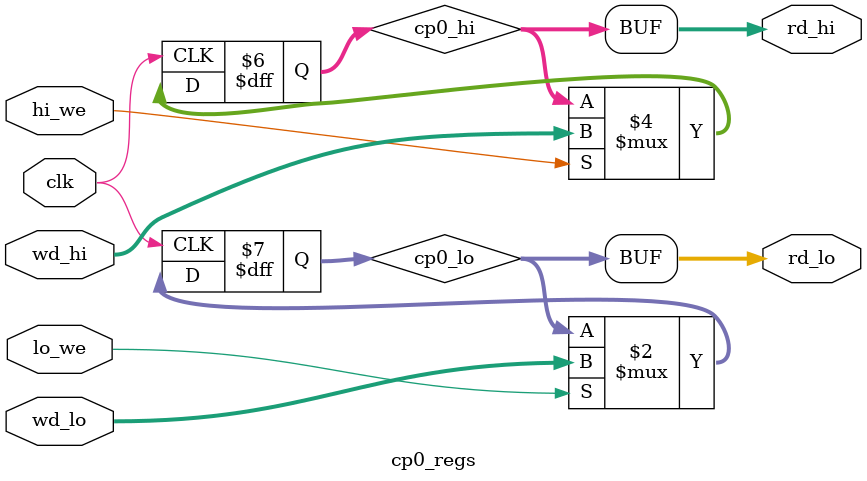
<source format=v>
module regfile(
    input         clk,
    // READ PORT 1
    input  [ 4:0] raddr1,
    output [31:0] rdata1,
    // READ PORT 2
    input  [ 4:0] raddr2,
    output [31:0] rdata2,
    // WRITE PORT
    input         we,       //write enable, HIGH valid
    input  [ 4:0] waddr,
    input  [31:0] wdata
);
reg [31:0] rf[31:0];

//WRITE
always @(posedge clk) begin
    if (we) rf[waddr]<= wdata;
end

//READ OUT 1
assign rdata1 = (raddr1==5'b0) ? 32'b0 : rf[raddr1];

//READ OUT 2
assign rdata2 = (raddr2==5'b0) ? 32'b0 : rf[raddr2];

endmodule

module cp0_regs(
    input         clk,
    // READ PORT 1
    
    output [31:0] rd_hi,
    // READ PORT 2
    
    output [31:0] rd_lo,
    // WRITE PORT
    input         hi_we,       //write enable, HIGH valid
    input         lo_we,       //write enable, HIGH valid
    input  [31:0] wd_hi,
    input  [31:0] wd_lo
);
reg [31:0]cp0_hi;
reg [31:0]cp0_lo;

//WRITE
always @(posedge clk) begin
    if (hi_we) cp0_hi<= wd_hi;
    if (lo_we) cp0_lo<= wd_lo;
end

//READ OUT HI
assign rd_hi = cp0_hi;

//READ OUT LO
assign rd_lo = cp0_lo;

endmodule
</source>
